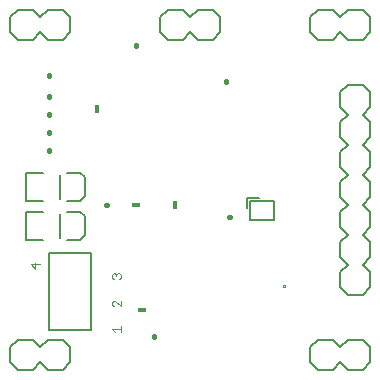
<source format=gto>
G75*
%MOIN*%
%OFA0B0*%
%FSLAX25Y25*%
%IPPOS*%
%LPD*%
%AMOC8*
5,1,8,0,0,1.08239X$1,22.5*
%
%ADD10C,0.00800*%
%ADD11C,0.00500*%
%ADD12C,0.01600*%
%ADD13C,0.00400*%
%ADD14C,0.00197*%
%ADD15R,0.01600X0.02800*%
%ADD16R,0.02800X0.01600*%
D10*
X0103800Y0086300D02*
X0106300Y0083800D01*
X0111300Y0083800D01*
X0113800Y0086300D01*
X0116300Y0083800D01*
X0121300Y0083800D01*
X0123800Y0086300D01*
X0123800Y0091300D01*
X0121300Y0093800D01*
X0116300Y0093800D01*
X0113800Y0091300D01*
X0111300Y0093800D01*
X0106300Y0093800D01*
X0103800Y0091300D01*
X0103800Y0086300D01*
X0116800Y0096900D02*
X0116800Y0122700D01*
X0130800Y0122700D01*
X0130800Y0096900D01*
X0116800Y0096900D01*
X0114863Y0127076D02*
X0108957Y0127076D01*
X0108957Y0136524D01*
X0114863Y0136524D01*
X0114863Y0140076D02*
X0108957Y0140076D01*
X0108957Y0149524D01*
X0114863Y0149524D01*
X0122737Y0149524D02*
X0127068Y0149524D01*
X0128643Y0147950D01*
X0128643Y0141650D01*
X0127068Y0140076D01*
X0122737Y0140076D01*
X0122737Y0136524D02*
X0127068Y0136524D01*
X0128643Y0134950D01*
X0128643Y0128650D01*
X0127068Y0127076D01*
X0122737Y0127076D01*
X0203800Y0091300D02*
X0203800Y0086300D01*
X0206300Y0083800D01*
X0211300Y0083800D01*
X0213800Y0086300D01*
X0216300Y0083800D01*
X0221300Y0083800D01*
X0223800Y0086300D01*
X0223800Y0091300D01*
X0221300Y0093800D01*
X0216300Y0093800D01*
X0213800Y0091300D01*
X0211300Y0093800D01*
X0206300Y0093800D01*
X0203800Y0091300D01*
X0216300Y0108800D02*
X0221300Y0108800D01*
X0223800Y0111300D01*
X0223800Y0116300D01*
X0221300Y0118800D01*
X0223800Y0121300D01*
X0223800Y0126300D01*
X0221300Y0128800D01*
X0223800Y0131300D01*
X0223800Y0136300D01*
X0221300Y0138800D01*
X0223800Y0141300D01*
X0223800Y0146300D01*
X0221300Y0148800D01*
X0223800Y0151300D01*
X0223800Y0156300D01*
X0221300Y0158800D01*
X0223800Y0161300D01*
X0223800Y0166300D01*
X0221300Y0168800D01*
X0223800Y0171300D01*
X0223800Y0176300D01*
X0221300Y0178800D01*
X0216300Y0178800D01*
X0213800Y0176300D01*
X0213800Y0171300D01*
X0216300Y0168800D01*
X0213800Y0166300D01*
X0213800Y0161300D01*
X0216300Y0158800D01*
X0213800Y0156300D01*
X0213800Y0151300D01*
X0216300Y0148800D01*
X0213800Y0146300D01*
X0213800Y0141300D01*
X0216300Y0138800D01*
X0213800Y0136300D01*
X0213800Y0131300D01*
X0216300Y0128800D01*
X0213800Y0126300D01*
X0213800Y0121300D01*
X0216300Y0118800D01*
X0213800Y0116300D01*
X0213800Y0111300D01*
X0216300Y0108800D01*
X0216300Y0193800D02*
X0213800Y0196300D01*
X0211300Y0193800D01*
X0206300Y0193800D01*
X0203800Y0196300D01*
X0203800Y0201300D01*
X0206300Y0203800D01*
X0211300Y0203800D01*
X0213800Y0201300D01*
X0216300Y0203800D01*
X0221300Y0203800D01*
X0223800Y0201300D01*
X0223800Y0196300D01*
X0221300Y0193800D01*
X0216300Y0193800D01*
X0173800Y0196300D02*
X0171300Y0193800D01*
X0166300Y0193800D01*
X0163800Y0196300D01*
X0161300Y0193800D01*
X0156300Y0193800D01*
X0153800Y0196300D01*
X0153800Y0201300D01*
X0156300Y0203800D01*
X0161300Y0203800D01*
X0163800Y0201300D01*
X0166300Y0203800D01*
X0171300Y0203800D01*
X0173800Y0201300D01*
X0173800Y0196300D01*
X0123800Y0196300D02*
X0123800Y0201300D01*
X0121300Y0203800D01*
X0116300Y0203800D01*
X0113800Y0201300D01*
X0111300Y0203800D01*
X0106300Y0203800D01*
X0103800Y0201300D01*
X0103800Y0196300D01*
X0106300Y0193800D01*
X0111300Y0193800D01*
X0113800Y0196300D01*
X0116300Y0193800D01*
X0121300Y0193800D01*
X0123800Y0196300D01*
D11*
X0120300Y0148800D02*
X0120300Y0140800D01*
X0120300Y0135800D02*
X0120300Y0127800D01*
X0182682Y0137587D02*
X0182682Y0141131D01*
X0186619Y0141131D01*
X0183863Y0139950D02*
X0183863Y0133650D01*
X0191737Y0133650D01*
X0191737Y0139950D01*
X0183863Y0139950D01*
D12*
X0176920Y0134800D02*
X0176680Y0134800D01*
X0135920Y0138800D02*
X0135680Y0138800D01*
X0116800Y0156680D02*
X0116800Y0156920D01*
X0116800Y0162680D02*
X0116800Y0162920D01*
X0116800Y0168680D02*
X0116800Y0168920D01*
X0116800Y0174680D02*
X0116800Y0174920D01*
X0116800Y0181680D02*
X0116800Y0181920D01*
X0145800Y0191680D02*
X0145800Y0191920D01*
X0175800Y0179920D02*
X0175800Y0179680D01*
X0151800Y0094920D02*
X0151800Y0094680D01*
D13*
X0140600Y0096407D02*
X0140600Y0098275D01*
X0140600Y0097341D02*
X0137798Y0097341D01*
X0138732Y0096407D01*
X0138302Y0104919D02*
X0137835Y0105386D01*
X0137835Y0106320D01*
X0138302Y0106787D01*
X0138769Y0106787D01*
X0140637Y0104919D01*
X0140637Y0106787D01*
X0140133Y0114019D02*
X0140600Y0114486D01*
X0140600Y0115420D01*
X0140133Y0115887D01*
X0139666Y0115887D01*
X0139199Y0115420D01*
X0139199Y0114953D01*
X0139199Y0115420D02*
X0138732Y0115887D01*
X0138265Y0115887D01*
X0137798Y0115420D01*
X0137798Y0114486D01*
X0138265Y0114019D01*
X0113600Y0118901D02*
X0110798Y0118901D01*
X0112199Y0117500D01*
X0112199Y0119368D01*
D14*
X0194659Y0111698D02*
X0194661Y0111740D01*
X0194667Y0111781D01*
X0194677Y0111822D01*
X0194691Y0111862D01*
X0194708Y0111900D01*
X0194729Y0111936D01*
X0194753Y0111970D01*
X0194781Y0112002D01*
X0194811Y0112031D01*
X0194844Y0112056D01*
X0194879Y0112079D01*
X0194916Y0112098D01*
X0194955Y0112114D01*
X0194995Y0112126D01*
X0195036Y0112134D01*
X0195078Y0112138D01*
X0195120Y0112138D01*
X0195162Y0112134D01*
X0195203Y0112126D01*
X0195243Y0112114D01*
X0195282Y0112098D01*
X0195319Y0112079D01*
X0195354Y0112056D01*
X0195387Y0112031D01*
X0195417Y0112002D01*
X0195445Y0111970D01*
X0195469Y0111936D01*
X0195490Y0111900D01*
X0195507Y0111862D01*
X0195521Y0111822D01*
X0195531Y0111781D01*
X0195537Y0111740D01*
X0195539Y0111698D01*
X0195537Y0111656D01*
X0195531Y0111615D01*
X0195521Y0111574D01*
X0195507Y0111534D01*
X0195490Y0111496D01*
X0195469Y0111460D01*
X0195445Y0111426D01*
X0195417Y0111394D01*
X0195387Y0111365D01*
X0195354Y0111340D01*
X0195319Y0111317D01*
X0195282Y0111298D01*
X0195243Y0111282D01*
X0195203Y0111270D01*
X0195162Y0111262D01*
X0195120Y0111258D01*
X0195078Y0111258D01*
X0195036Y0111262D01*
X0194995Y0111270D01*
X0194955Y0111282D01*
X0194916Y0111298D01*
X0194879Y0111317D01*
X0194844Y0111340D01*
X0194811Y0111365D01*
X0194781Y0111394D01*
X0194753Y0111426D01*
X0194729Y0111460D01*
X0194708Y0111496D01*
X0194691Y0111534D01*
X0194677Y0111574D01*
X0194667Y0111615D01*
X0194661Y0111656D01*
X0194659Y0111698D01*
D15*
X0158800Y0138800D03*
X0132800Y0170800D03*
D16*
X0145800Y0138800D03*
X0147800Y0103800D03*
M02*

</source>
